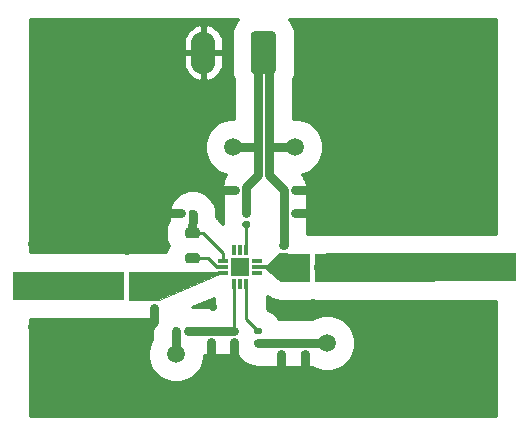
<source format=gbr>
G04 #@! TF.GenerationSoftware,KiCad,Pcbnew,(5.1.10)-1*
G04 #@! TF.CreationDate,2022-01-29T17:07:00-03:00*
G04 #@! TF.ProjectId,LNA,4c4e412e-6b69-4636-9164-5f7063625858,rev?*
G04 #@! TF.SameCoordinates,Original*
G04 #@! TF.FileFunction,Copper,L1,Top*
G04 #@! TF.FilePolarity,Positive*
%FSLAX46Y46*%
G04 Gerber Fmt 4.6, Leading zero omitted, Abs format (unit mm)*
G04 Created by KiCad (PCBNEW (5.1.10)-1) date 2022-01-29 17:07:00*
%MOMM*%
%LPD*%
G01*
G04 APERTURE LIST*
G04 #@! TA.AperFunction,NonConductor*
%ADD10C,0.100000*%
G04 #@! TD*
G04 #@! TA.AperFunction,SMDPad,CuDef*
%ADD11R,7.620000X2.400000*%
G04 #@! TD*
G04 #@! TA.AperFunction,ComponentPad*
%ADD12O,2.080000X3.600000*%
G04 #@! TD*
G04 #@! TA.AperFunction,SMDPad,CuDef*
%ADD13R,0.850000X0.300000*%
G04 #@! TD*
G04 #@! TA.AperFunction,SMDPad,CuDef*
%ADD14R,0.300000X0.850000*%
G04 #@! TD*
G04 #@! TA.AperFunction,SMDPad,CuDef*
%ADD15R,1.600000X1.600000*%
G04 #@! TD*
G04 #@! TA.AperFunction,ViaPad*
%ADD16C,0.700000*%
G04 #@! TD*
G04 #@! TA.AperFunction,ViaPad*
%ADD17C,1.500000*%
G04 #@! TD*
G04 #@! TA.AperFunction,Conductor*
%ADD18C,0.750000*%
G04 #@! TD*
G04 #@! TA.AperFunction,Conductor*
%ADD19C,0.250000*%
G04 #@! TD*
G04 #@! TA.AperFunction,Conductor*
%ADD20C,2.400000*%
G04 #@! TD*
G04 #@! TA.AperFunction,Conductor*
%ADD21C,0.500000*%
G04 #@! TD*
G04 #@! TA.AperFunction,Conductor*
%ADD22C,0.300000*%
G04 #@! TD*
G04 #@! TA.AperFunction,Conductor*
%ADD23C,0.254000*%
G04 #@! TD*
G04 #@! TA.AperFunction,Conductor*
%ADD24C,0.200000*%
G04 #@! TD*
G04 APERTURE END LIST*
D10*
G36*
X229370000Y-143710000D02*
G01*
X227250000Y-143710000D01*
X227241250Y-141400000D01*
X229358750Y-141400000D01*
X229370000Y-143710000D01*
G37*
X229370000Y-143710000D02*
X227250000Y-143710000D01*
X227241250Y-141400000D01*
X229358750Y-141400000D01*
X229370000Y-143710000D01*
G36*
X235230000Y-141400000D02*
G01*
X229790000Y-143710000D01*
X228975000Y-143705000D01*
X229000000Y-141397500D01*
X235230000Y-141400000D01*
G37*
X235230000Y-141400000D02*
X229790000Y-143710000D01*
X228975000Y-143705000D01*
X229000000Y-141397500D01*
X235230000Y-141400000D01*
G36*
X240625000Y-142140000D02*
G01*
X240000000Y-142140000D01*
X238800000Y-141125000D01*
X238800000Y-140840000D01*
X240000000Y-139810000D01*
X240625000Y-139810000D01*
X240625000Y-142140000D01*
G37*
X240625000Y-142140000D02*
X240000000Y-142140000D01*
X238800000Y-141125000D01*
X238800000Y-140840000D01*
X240000000Y-139810000D01*
X240625000Y-139810000D01*
X240625000Y-142140000D01*
G36*
X242457500Y-142140000D02*
G01*
X240282500Y-142140000D01*
X240262500Y-139860000D01*
X242437500Y-139860000D01*
X242457500Y-142140000D01*
G37*
X242457500Y-142140000D02*
X240282500Y-142140000D01*
X240262500Y-139860000D01*
X242437500Y-139860000D01*
X242457500Y-142140000D01*
G36*
X253025000Y-142130000D02*
G01*
X242940000Y-142130000D01*
X242950000Y-139830000D01*
X253025000Y-139830000D01*
X253025000Y-142130000D01*
G37*
X253025000Y-142130000D02*
X242940000Y-142130000D01*
X242950000Y-139830000D01*
X253025000Y-139830000D01*
X253025000Y-142130000D01*
G36*
X226750000Y-143700000D02*
G01*
X224630000Y-143700000D01*
X224632500Y-141400000D01*
X226750000Y-141400000D01*
X226750000Y-143700000D01*
G37*
X226750000Y-143700000D02*
X224630000Y-143700000D01*
X224632500Y-141400000D01*
X226750000Y-141400000D01*
X226750000Y-143700000D01*
D11*
X256170000Y-140980000D03*
X221170000Y-142540000D03*
G04 #@! TA.AperFunction,SMDPad,CuDef*
G36*
G01*
X238330000Y-146630000D02*
X237960000Y-146630000D01*
G75*
G02*
X237825000Y-146495000I0J135000D01*
G01*
X237825000Y-146225000D01*
G75*
G02*
X237960000Y-146090000I135000J0D01*
G01*
X238330000Y-146090000D01*
G75*
G02*
X238465000Y-146225000I0J-135000D01*
G01*
X238465000Y-146495000D01*
G75*
G02*
X238330000Y-146630000I-135000J0D01*
G01*
G37*
G04 #@! TD.AperFunction*
G04 #@! TA.AperFunction,SMDPad,CuDef*
G36*
G01*
X238330000Y-147650000D02*
X237960000Y-147650000D01*
G75*
G02*
X237825000Y-147515000I0J135000D01*
G01*
X237825000Y-147245000D01*
G75*
G02*
X237960000Y-147110000I135000J0D01*
G01*
X238330000Y-147110000D01*
G75*
G02*
X238465000Y-147245000I0J-135000D01*
G01*
X238465000Y-147515000D01*
G75*
G02*
X238330000Y-147650000I-135000J0D01*
G01*
G37*
G04 #@! TD.AperFunction*
G04 #@! TA.AperFunction,SMDPad,CuDef*
G36*
G01*
X231455000Y-146185000D02*
X231455000Y-146555000D01*
G75*
G02*
X231320000Y-146690000I-135000J0D01*
G01*
X231050000Y-146690000D01*
G75*
G02*
X230915000Y-146555000I0J135000D01*
G01*
X230915000Y-146185000D01*
G75*
G02*
X231050000Y-146050000I135000J0D01*
G01*
X231320000Y-146050000D01*
G75*
G02*
X231455000Y-146185000I0J-135000D01*
G01*
G37*
G04 #@! TD.AperFunction*
G04 #@! TA.AperFunction,SMDPad,CuDef*
G36*
G01*
X232475000Y-146185000D02*
X232475000Y-146555000D01*
G75*
G02*
X232340000Y-146690000I-135000J0D01*
G01*
X232070000Y-146690000D01*
G75*
G02*
X231935000Y-146555000I0J135000D01*
G01*
X231935000Y-146185000D01*
G75*
G02*
X232070000Y-146050000I135000J0D01*
G01*
X232340000Y-146050000D01*
G75*
G02*
X232475000Y-146185000I0J-135000D01*
G01*
G37*
G04 #@! TD.AperFunction*
G04 #@! TA.AperFunction,SMDPad,CuDef*
G36*
G01*
X232208750Y-139765000D02*
X232971250Y-139765000D01*
G75*
G02*
X233190000Y-139983750I0J-218750D01*
G01*
X233190000Y-140421250D01*
G75*
G02*
X232971250Y-140640000I-218750J0D01*
G01*
X232208750Y-140640000D01*
G75*
G02*
X231990000Y-140421250I0J218750D01*
G01*
X231990000Y-139983750D01*
G75*
G02*
X232208750Y-139765000I218750J0D01*
G01*
G37*
G04 #@! TD.AperFunction*
G04 #@! TA.AperFunction,SMDPad,CuDef*
G36*
G01*
X232208750Y-137640000D02*
X232971250Y-137640000D01*
G75*
G02*
X233190000Y-137858750I0J-218750D01*
G01*
X233190000Y-138296250D01*
G75*
G02*
X232971250Y-138515000I-218750J0D01*
G01*
X232208750Y-138515000D01*
G75*
G02*
X231990000Y-138296250I0J218750D01*
G01*
X231990000Y-137858750D01*
G75*
G02*
X232208750Y-137640000I218750J0D01*
G01*
G37*
G04 #@! TD.AperFunction*
G04 #@! TA.AperFunction,SMDPad,CuDef*
G36*
G01*
X242265000Y-147660000D02*
X241925000Y-147660000D01*
G75*
G02*
X241785000Y-147520000I0J140000D01*
G01*
X241785000Y-147240000D01*
G75*
G02*
X241925000Y-147100000I140000J0D01*
G01*
X242265000Y-147100000D01*
G75*
G02*
X242405000Y-147240000I0J-140000D01*
G01*
X242405000Y-147520000D01*
G75*
G02*
X242265000Y-147660000I-140000J0D01*
G01*
G37*
G04 #@! TD.AperFunction*
G04 #@! TA.AperFunction,SMDPad,CuDef*
G36*
G01*
X242265000Y-148620000D02*
X241925000Y-148620000D01*
G75*
G02*
X241785000Y-148480000I0J140000D01*
G01*
X241785000Y-148200000D01*
G75*
G02*
X241925000Y-148060000I140000J0D01*
G01*
X242265000Y-148060000D01*
G75*
G02*
X242405000Y-148200000I0J-140000D01*
G01*
X242405000Y-148480000D01*
G75*
G02*
X242265000Y-148620000I-140000J0D01*
G01*
G37*
G04 #@! TD.AperFunction*
G04 #@! TA.AperFunction,SMDPad,CuDef*
G36*
G01*
X240295000Y-147660000D02*
X239955000Y-147660000D01*
G75*
G02*
X239815000Y-147520000I0J140000D01*
G01*
X239815000Y-147240000D01*
G75*
G02*
X239955000Y-147100000I140000J0D01*
G01*
X240295000Y-147100000D01*
G75*
G02*
X240435000Y-147240000I0J-140000D01*
G01*
X240435000Y-147520000D01*
G75*
G02*
X240295000Y-147660000I-140000J0D01*
G01*
G37*
G04 #@! TD.AperFunction*
G04 #@! TA.AperFunction,SMDPad,CuDef*
G36*
G01*
X240295000Y-148620000D02*
X239955000Y-148620000D01*
G75*
G02*
X239815000Y-148480000I0J140000D01*
G01*
X239815000Y-148200000D01*
G75*
G02*
X239955000Y-148060000I140000J0D01*
G01*
X240295000Y-148060000D01*
G75*
G02*
X240435000Y-148200000I0J-140000D01*
G01*
X240435000Y-148480000D01*
G75*
G02*
X240295000Y-148620000I-140000J0D01*
G01*
G37*
G04 #@! TD.AperFunction*
G04 #@! TA.AperFunction,SMDPad,CuDef*
G36*
G01*
X236305000Y-146650000D02*
X235965000Y-146650000D01*
G75*
G02*
X235825000Y-146510000I0J140000D01*
G01*
X235825000Y-146230000D01*
G75*
G02*
X235965000Y-146090000I140000J0D01*
G01*
X236305000Y-146090000D01*
G75*
G02*
X236445000Y-146230000I0J-140000D01*
G01*
X236445000Y-146510000D01*
G75*
G02*
X236305000Y-146650000I-140000J0D01*
G01*
G37*
G04 #@! TD.AperFunction*
G04 #@! TA.AperFunction,SMDPad,CuDef*
G36*
G01*
X236305000Y-147610000D02*
X235965000Y-147610000D01*
G75*
G02*
X235825000Y-147470000I0J140000D01*
G01*
X235825000Y-147190000D01*
G75*
G02*
X235965000Y-147050000I140000J0D01*
G01*
X236305000Y-147050000D01*
G75*
G02*
X236445000Y-147190000I0J-140000D01*
G01*
X236445000Y-147470000D01*
G75*
G02*
X236305000Y-147610000I-140000J0D01*
G01*
G37*
G04 #@! TD.AperFunction*
G04 #@! TA.AperFunction,SMDPad,CuDef*
G36*
G01*
X234335000Y-146650000D02*
X233995000Y-146650000D01*
G75*
G02*
X233855000Y-146510000I0J140000D01*
G01*
X233855000Y-146230000D01*
G75*
G02*
X233995000Y-146090000I140000J0D01*
G01*
X234335000Y-146090000D01*
G75*
G02*
X234475000Y-146230000I0J-140000D01*
G01*
X234475000Y-146510000D01*
G75*
G02*
X234335000Y-146650000I-140000J0D01*
G01*
G37*
G04 #@! TD.AperFunction*
G04 #@! TA.AperFunction,SMDPad,CuDef*
G36*
G01*
X234335000Y-147610000D02*
X233995000Y-147610000D01*
G75*
G02*
X233855000Y-147470000I0J140000D01*
G01*
X233855000Y-147190000D01*
G75*
G02*
X233995000Y-147050000I140000J0D01*
G01*
X234335000Y-147050000D01*
G75*
G02*
X234475000Y-147190000I0J-140000D01*
G01*
X234475000Y-147470000D01*
G75*
G02*
X234335000Y-147610000I-140000J0D01*
G01*
G37*
G04 #@! TD.AperFunction*
G04 #@! TA.AperFunction,SMDPad,CuDef*
G36*
G01*
X236460000Y-134270000D02*
X236460000Y-134610000D01*
G75*
G02*
X236320000Y-134750000I-140000J0D01*
G01*
X236040000Y-134750000D01*
G75*
G02*
X235900000Y-134610000I0J140000D01*
G01*
X235900000Y-134270000D01*
G75*
G02*
X236040000Y-134130000I140000J0D01*
G01*
X236320000Y-134130000D01*
G75*
G02*
X236460000Y-134270000I0J-140000D01*
G01*
G37*
G04 #@! TD.AperFunction*
G04 #@! TA.AperFunction,SMDPad,CuDef*
G36*
G01*
X237420000Y-134270000D02*
X237420000Y-134610000D01*
G75*
G02*
X237280000Y-134750000I-140000J0D01*
G01*
X237000000Y-134750000D01*
G75*
G02*
X236860000Y-134610000I0J140000D01*
G01*
X236860000Y-134270000D01*
G75*
G02*
X237000000Y-134130000I140000J0D01*
G01*
X237280000Y-134130000D01*
G75*
G02*
X237420000Y-134270000I0J-140000D01*
G01*
G37*
G04 #@! TD.AperFunction*
G04 #@! TA.AperFunction,SMDPad,CuDef*
G36*
G01*
X231900000Y-136255000D02*
X231900000Y-136595000D01*
G75*
G02*
X231760000Y-136735000I-140000J0D01*
G01*
X231480000Y-136735000D01*
G75*
G02*
X231340000Y-136595000I0J140000D01*
G01*
X231340000Y-136255000D01*
G75*
G02*
X231480000Y-136115000I140000J0D01*
G01*
X231760000Y-136115000D01*
G75*
G02*
X231900000Y-136255000I0J-140000D01*
G01*
G37*
G04 #@! TD.AperFunction*
G04 #@! TA.AperFunction,SMDPad,CuDef*
G36*
G01*
X232860000Y-136255000D02*
X232860000Y-136595000D01*
G75*
G02*
X232720000Y-136735000I-140000J0D01*
G01*
X232440000Y-136735000D01*
G75*
G02*
X232300000Y-136595000I0J140000D01*
G01*
X232300000Y-136255000D01*
G75*
G02*
X232440000Y-136115000I140000J0D01*
G01*
X232720000Y-136115000D01*
G75*
G02*
X232860000Y-136255000I0J-140000D01*
G01*
G37*
G04 #@! TD.AperFunction*
G04 #@! TA.AperFunction,SMDPad,CuDef*
G36*
G01*
X240990000Y-134610000D02*
X240990000Y-134270000D01*
G75*
G02*
X241130000Y-134130000I140000J0D01*
G01*
X241410000Y-134130000D01*
G75*
G02*
X241550000Y-134270000I0J-140000D01*
G01*
X241550000Y-134610000D01*
G75*
G02*
X241410000Y-134750000I-140000J0D01*
G01*
X241130000Y-134750000D01*
G75*
G02*
X240990000Y-134610000I0J140000D01*
G01*
G37*
G04 #@! TD.AperFunction*
G04 #@! TA.AperFunction,SMDPad,CuDef*
G36*
G01*
X240030000Y-134610000D02*
X240030000Y-134270000D01*
G75*
G02*
X240170000Y-134130000I140000J0D01*
G01*
X240450000Y-134130000D01*
G75*
G02*
X240590000Y-134270000I0J-140000D01*
G01*
X240590000Y-134610000D01*
G75*
G02*
X240450000Y-134750000I-140000J0D01*
G01*
X240170000Y-134750000D01*
G75*
G02*
X240030000Y-134610000I0J140000D01*
G01*
G37*
G04 #@! TD.AperFunction*
G04 #@! TA.AperFunction,SMDPad,CuDef*
G36*
G01*
X240990000Y-136570000D02*
X240990000Y-136230000D01*
G75*
G02*
X241130000Y-136090000I140000J0D01*
G01*
X241410000Y-136090000D01*
G75*
G02*
X241550000Y-136230000I0J-140000D01*
G01*
X241550000Y-136570000D01*
G75*
G02*
X241410000Y-136710000I-140000J0D01*
G01*
X241130000Y-136710000D01*
G75*
G02*
X240990000Y-136570000I0J140000D01*
G01*
G37*
G04 #@! TD.AperFunction*
G04 #@! TA.AperFunction,SMDPad,CuDef*
G36*
G01*
X240030000Y-136570000D02*
X240030000Y-136230000D01*
G75*
G02*
X240170000Y-136090000I140000J0D01*
G01*
X240450000Y-136090000D01*
G75*
G02*
X240590000Y-136230000I0J-140000D01*
G01*
X240590000Y-136570000D01*
G75*
G02*
X240450000Y-136710000I-140000J0D01*
G01*
X240170000Y-136710000D01*
G75*
G02*
X240030000Y-136570000I0J140000D01*
G01*
G37*
G04 #@! TD.AperFunction*
G04 #@! TA.AperFunction,SMDPad,CuDef*
G36*
G01*
X242900000Y-141150000D02*
X242900000Y-140810000D01*
G75*
G02*
X243040000Y-140670000I140000J0D01*
G01*
X243320000Y-140670000D01*
G75*
G02*
X243460000Y-140810000I0J-140000D01*
G01*
X243460000Y-141150000D01*
G75*
G02*
X243320000Y-141290000I-140000J0D01*
G01*
X243040000Y-141290000D01*
G75*
G02*
X242900000Y-141150000I0J140000D01*
G01*
G37*
G04 #@! TD.AperFunction*
G04 #@! TA.AperFunction,SMDPad,CuDef*
G36*
G01*
X241940000Y-141150000D02*
X241940000Y-140810000D01*
G75*
G02*
X242080000Y-140670000I140000J0D01*
G01*
X242360000Y-140670000D01*
G75*
G02*
X242500000Y-140810000I0J-140000D01*
G01*
X242500000Y-141150000D01*
G75*
G02*
X242360000Y-141290000I-140000J0D01*
G01*
X242080000Y-141290000D01*
G75*
G02*
X241940000Y-141150000I0J140000D01*
G01*
G37*
G04 #@! TD.AperFunction*
G04 #@! TA.AperFunction,SMDPad,CuDef*
G36*
G01*
X227200000Y-142750000D02*
X227200000Y-142410000D01*
G75*
G02*
X227340000Y-142270000I140000J0D01*
G01*
X227620000Y-142270000D01*
G75*
G02*
X227760000Y-142410000I0J-140000D01*
G01*
X227760000Y-142750000D01*
G75*
G02*
X227620000Y-142890000I-140000J0D01*
G01*
X227340000Y-142890000D01*
G75*
G02*
X227200000Y-142750000I0J140000D01*
G01*
G37*
G04 #@! TD.AperFunction*
G04 #@! TA.AperFunction,SMDPad,CuDef*
G36*
G01*
X226240000Y-142750000D02*
X226240000Y-142410000D01*
G75*
G02*
X226380000Y-142270000I140000J0D01*
G01*
X226660000Y-142270000D01*
G75*
G02*
X226800000Y-142410000I0J-140000D01*
G01*
X226800000Y-142750000D01*
G75*
G02*
X226660000Y-142890000I-140000J0D01*
G01*
X226380000Y-142890000D01*
G75*
G02*
X226240000Y-142750000I0J140000D01*
G01*
G37*
G04 #@! TD.AperFunction*
D12*
X233520000Y-122800000D03*
G04 #@! TA.AperFunction,ComponentPad*
G36*
G01*
X239640000Y-121249997D02*
X239640000Y-124350003D01*
G75*
G02*
X239390003Y-124600000I-249997J0D01*
G01*
X237809997Y-124600000D01*
G75*
G02*
X237560000Y-124350003I0J249997D01*
G01*
X237560000Y-121249997D01*
G75*
G02*
X237809997Y-121000000I249997J0D01*
G01*
X239390003Y-121000000D01*
G75*
G02*
X239640000Y-121249997I0J-249997D01*
G01*
G37*
G04 #@! TD.AperFunction*
G04 #@! TA.AperFunction,SMDPad,CuDef*
G36*
G01*
X229542500Y-144745000D02*
X229197500Y-144745000D01*
G75*
G02*
X229050000Y-144597500I0J147500D01*
G01*
X229050000Y-144302500D01*
G75*
G02*
X229197500Y-144155000I147500J0D01*
G01*
X229542500Y-144155000D01*
G75*
G02*
X229690000Y-144302500I0J-147500D01*
G01*
X229690000Y-144597500D01*
G75*
G02*
X229542500Y-144745000I-147500J0D01*
G01*
G37*
G04 #@! TD.AperFunction*
G04 #@! TA.AperFunction,SMDPad,CuDef*
G36*
G01*
X229542500Y-143775000D02*
X229197500Y-143775000D01*
G75*
G02*
X229050000Y-143627500I0J147500D01*
G01*
X229050000Y-143332500D01*
G75*
G02*
X229197500Y-143185000I147500J0D01*
G01*
X229542500Y-143185000D01*
G75*
G02*
X229690000Y-143332500I0J-147500D01*
G01*
X229690000Y-143627500D01*
G75*
G02*
X229542500Y-143775000I-147500J0D01*
G01*
G37*
G04 #@! TD.AperFunction*
D13*
X235190000Y-140480000D03*
X235190000Y-140980000D03*
X235190000Y-141480000D03*
D14*
X236140000Y-142430000D03*
X236640000Y-142430000D03*
X237140000Y-142430000D03*
D13*
X238090000Y-141480000D03*
X238090000Y-140980000D03*
X238090000Y-140480000D03*
D14*
X237140000Y-139530000D03*
X236640000Y-139530000D03*
X236140000Y-139530000D03*
D15*
X236640000Y-140980000D03*
G04 #@! TA.AperFunction,SMDPad,CuDef*
G36*
G01*
X240107500Y-139775000D02*
X240452500Y-139775000D01*
G75*
G02*
X240600000Y-139922500I0J-147500D01*
G01*
X240600000Y-140217500D01*
G75*
G02*
X240452500Y-140365000I-147500J0D01*
G01*
X240107500Y-140365000D01*
G75*
G02*
X239960000Y-140217500I0J147500D01*
G01*
X239960000Y-139922500D01*
G75*
G02*
X240107500Y-139775000I147500J0D01*
G01*
G37*
G04 #@! TD.AperFunction*
G04 #@! TA.AperFunction,SMDPad,CuDef*
G36*
G01*
X240107500Y-138805000D02*
X240452500Y-138805000D01*
G75*
G02*
X240600000Y-138952500I0J-147500D01*
G01*
X240600000Y-139247500D01*
G75*
G02*
X240452500Y-139395000I-147500J0D01*
G01*
X240107500Y-139395000D01*
G75*
G02*
X239960000Y-139247500I0J147500D01*
G01*
X239960000Y-138952500D01*
G75*
G02*
X240107500Y-138805000I147500J0D01*
G01*
G37*
G04 #@! TD.AperFunction*
G04 #@! TA.AperFunction,SMDPad,CuDef*
G36*
G01*
X236967500Y-137065000D02*
X237312500Y-137065000D01*
G75*
G02*
X237460000Y-137212500I0J-147500D01*
G01*
X237460000Y-137507500D01*
G75*
G02*
X237312500Y-137655000I-147500J0D01*
G01*
X236967500Y-137655000D01*
G75*
G02*
X236820000Y-137507500I0J147500D01*
G01*
X236820000Y-137212500D01*
G75*
G02*
X236967500Y-137065000I147500J0D01*
G01*
G37*
G04 #@! TD.AperFunction*
G04 #@! TA.AperFunction,SMDPad,CuDef*
G36*
G01*
X236967500Y-136095000D02*
X237312500Y-136095000D01*
G75*
G02*
X237460000Y-136242500I0J-147500D01*
G01*
X237460000Y-136537500D01*
G75*
G02*
X237312500Y-136685000I-147500J0D01*
G01*
X236967500Y-136685000D01*
G75*
G02*
X236820000Y-136537500I0J147500D01*
G01*
X236820000Y-136242500D01*
G75*
G02*
X236967500Y-136095000I147500J0D01*
G01*
G37*
G04 #@! TD.AperFunction*
G04 #@! TA.AperFunction,SMDPad,CuDef*
G36*
G01*
X239380000Y-132327500D02*
X239380000Y-132672500D01*
G75*
G02*
X239232500Y-132820000I-147500J0D01*
G01*
X238937500Y-132820000D01*
G75*
G02*
X238790000Y-132672500I0J147500D01*
G01*
X238790000Y-132327500D01*
G75*
G02*
X238937500Y-132180000I147500J0D01*
G01*
X239232500Y-132180000D01*
G75*
G02*
X239380000Y-132327500I0J-147500D01*
G01*
G37*
G04 #@! TD.AperFunction*
G04 #@! TA.AperFunction,SMDPad,CuDef*
G36*
G01*
X238410000Y-132327500D02*
X238410000Y-132672500D01*
G75*
G02*
X238262500Y-132820000I-147500J0D01*
G01*
X237967500Y-132820000D01*
G75*
G02*
X237820000Y-132672500I0J147500D01*
G01*
X237820000Y-132327500D01*
G75*
G02*
X237967500Y-132180000I147500J0D01*
G01*
X238262500Y-132180000D01*
G75*
G02*
X238410000Y-132327500I0J-147500D01*
G01*
G37*
G04 #@! TD.AperFunction*
D16*
X234350000Y-144380000D03*
X220500000Y-139000000D03*
X222000000Y-139000000D03*
X223500000Y-139000000D03*
X225000000Y-139000000D03*
X226500000Y-139000000D03*
X228000000Y-139000000D03*
X229500000Y-139000000D03*
X229500000Y-137500000D03*
X229500000Y-136000000D03*
X229500000Y-134500000D03*
X229500000Y-133000000D03*
X231300000Y-133000000D03*
X233100000Y-133000000D03*
X233100000Y-131500000D03*
X233100000Y-130000000D03*
X233100000Y-128500000D03*
X233100000Y-127000000D03*
X233100000Y-125500000D03*
X244200000Y-126000000D03*
X244200000Y-127500000D03*
X244200000Y-129000000D03*
X244200000Y-130500000D03*
X244200000Y-132000000D03*
X244200000Y-133500000D03*
X244200000Y-135500000D03*
X244200000Y-137500000D03*
X245600000Y-137500000D03*
X247000000Y-137500000D03*
X248500000Y-137500000D03*
X250000000Y-137500000D03*
X251500000Y-137500000D03*
X253000000Y-137500000D03*
X254500000Y-137500000D03*
X256000000Y-137500000D03*
X256500000Y-144500000D03*
X255000000Y-144500000D03*
X253500000Y-144500000D03*
X252000000Y-144500000D03*
X250500000Y-144500000D03*
X249000000Y-144500000D03*
X247500000Y-144500000D03*
X247500000Y-146000000D03*
X247500000Y-147500000D03*
X247500000Y-149500000D03*
X247500000Y-151000000D03*
X246000000Y-151000000D03*
X244500000Y-151000000D03*
X243000000Y-151000000D03*
X241500000Y-151000000D03*
X240000000Y-151000000D03*
X238500000Y-151000000D03*
X237000000Y-151000000D03*
X235500000Y-151000000D03*
X234000000Y-151000000D03*
X232000000Y-151000000D03*
X230000000Y-151000000D03*
X228000000Y-151000000D03*
X228000000Y-149500000D03*
X228000000Y-147500000D03*
X228000000Y-146000000D03*
X226500000Y-146000000D03*
X225000000Y-146000000D03*
X223500000Y-146000000D03*
X222000000Y-146000000D03*
X220500000Y-146000000D03*
X219000000Y-146000000D03*
X258000000Y-144500000D03*
X257500000Y-137500000D03*
X219000000Y-139000000D03*
X236250000Y-140600000D03*
X237050000Y-141400000D03*
X236250000Y-141400000D03*
X237050000Y-140600000D03*
D17*
X236000000Y-130800000D03*
X241300000Y-130800000D03*
X243995000Y-147390000D03*
X231185000Y-148350000D03*
D18*
X234165000Y-150835000D02*
X234000000Y-151000000D01*
X234165000Y-147330000D02*
X234165000Y-150835000D01*
X236135000Y-150365000D02*
X235500000Y-151000000D01*
X236135000Y-147330000D02*
X236135000Y-150365000D01*
X240125000Y-150875000D02*
X240000000Y-151000000D01*
X240125000Y-148340000D02*
X240125000Y-150875000D01*
X242095000Y-150405000D02*
X241500000Y-151000000D01*
X242095000Y-148340000D02*
X242095000Y-150405000D01*
X229370000Y-144450000D02*
X229370000Y-145630000D01*
X229000000Y-146000000D02*
X228000000Y-146000000D01*
X229370000Y-145630000D02*
X229000000Y-146000000D01*
X229925000Y-136425000D02*
X229500000Y-136000000D01*
X231620000Y-136425000D02*
X229925000Y-136425000D01*
X243260000Y-134440000D02*
X244200000Y-133500000D01*
X241270000Y-134440000D02*
X243260000Y-134440000D01*
X243300000Y-136400000D02*
X244200000Y-135500000D01*
X241270000Y-136400000D02*
X243300000Y-136400000D01*
X234540000Y-134440000D02*
X233100000Y-133000000D01*
X236180000Y-134440000D02*
X234540000Y-134440000D01*
X238145000Y-147380000D02*
X240125000Y-147380000D01*
X240125000Y-147380000D02*
X242095000Y-147380000D01*
D19*
X243985000Y-147380000D02*
X243995000Y-147390000D01*
D18*
X242095000Y-147380000D02*
X243985000Y-147380000D01*
X237140000Y-134440000D02*
X237140000Y-136390000D01*
X231185000Y-146370000D02*
X231185000Y-148350000D01*
D19*
X239100000Y-131300000D02*
X239085000Y-131315000D01*
X238600000Y-122800000D02*
X239100000Y-123300000D01*
X238100000Y-123300000D02*
X238600000Y-122800000D01*
D18*
X240310000Y-134440000D02*
X240310000Y-136400000D01*
X240310000Y-139070000D02*
X240280000Y-139100000D01*
X240310000Y-136400000D02*
X240310000Y-139070000D01*
X239085000Y-133185000D02*
X239085000Y-132500000D01*
X240320000Y-134420000D02*
X239085000Y-133185000D01*
X240320000Y-134430000D02*
X240320000Y-134420000D01*
X240310000Y-134440000D02*
X240320000Y-134430000D01*
X238115000Y-133185000D02*
X238115000Y-132500000D01*
X237140000Y-134160000D02*
X238115000Y-133185000D01*
X237140000Y-134440000D02*
X237140000Y-134160000D01*
X239100000Y-132485000D02*
X239085000Y-132500000D01*
X239100000Y-131300000D02*
X239100000Y-132485000D01*
X238100000Y-132485000D02*
X238115000Y-132500000D01*
X238000000Y-130800000D02*
X238100000Y-130900000D01*
X236000000Y-130800000D02*
X238000000Y-130800000D01*
X238100000Y-130900000D02*
X238100000Y-132485000D01*
X238100000Y-123300000D02*
X238100000Y-130900000D01*
X241300000Y-130800000D02*
X239100000Y-130800000D01*
X239100000Y-130800000D02*
X239100000Y-131300000D01*
X239100000Y-123300000D02*
X239100000Y-130800000D01*
D20*
X256170000Y-140980000D02*
X244120000Y-140980000D01*
X221170000Y-142540000D02*
X225550000Y-142540000D01*
D19*
X232230000Y-141480000D02*
X231155000Y-142555000D01*
X235190000Y-141480000D02*
X232230000Y-141480000D01*
D20*
X229500000Y-142555000D02*
X228520000Y-142555000D01*
D21*
X229500000Y-142555000D02*
X231155000Y-142555000D01*
D22*
X240170000Y-140980000D02*
X238080000Y-140980000D01*
D20*
X240500000Y-141000000D02*
X241300000Y-141000000D01*
D19*
X232600000Y-136445000D02*
X232580000Y-136425000D01*
D18*
X232590000Y-138077500D02*
X232600000Y-136445000D01*
D19*
X235190000Y-140480000D02*
X234992500Y-140480000D01*
X233477500Y-138077500D02*
X232590000Y-138077500D01*
X235190000Y-139790000D02*
X233477500Y-138077500D01*
X235190000Y-140480000D02*
X235190000Y-139790000D01*
D18*
X236135000Y-146370000D02*
X234165000Y-146370000D01*
X234165000Y-146370000D02*
X232205000Y-146370000D01*
D19*
X236140000Y-146365000D02*
X236135000Y-146370000D01*
X236140000Y-142430000D02*
X236140000Y-146365000D01*
X233912500Y-140202500D02*
X232590000Y-140202500D01*
X234690000Y-140980000D02*
X233912500Y-140202500D01*
X235190000Y-140980000D02*
X234690000Y-140980000D01*
X237140000Y-145355000D02*
X238145000Y-146360000D01*
X237140000Y-142430000D02*
X237140000Y-145355000D01*
X237140000Y-137360000D02*
X237140000Y-139530000D01*
D23*
X238916994Y-143420401D02*
X238987196Y-143468877D01*
X239052550Y-143523715D01*
X239121539Y-143561642D01*
X239186318Y-143606373D01*
X239264598Y-143640290D01*
X239339359Y-143681390D01*
X239414396Y-143705193D01*
X239486634Y-143736492D01*
X239570014Y-143754558D01*
X239651332Y-143780354D01*
X239729567Y-143789129D01*
X239806505Y-143805800D01*
X239891801Y-143807327D01*
X239976585Y-143816837D01*
X240000000Y-143817000D01*
X240259594Y-143817000D01*
X240361125Y-143827000D01*
X241438875Y-143827000D01*
X241540406Y-143817000D01*
X242457500Y-143817000D01*
X242459002Y-143816853D01*
X242460502Y-143816997D01*
X242621955Y-143800875D01*
X242750738Y-143788248D01*
X242755887Y-143788812D01*
X242916585Y-143806837D01*
X242920764Y-143806866D01*
X242921001Y-143806892D01*
X242921260Y-143806870D01*
X242940000Y-143807000D01*
X252280075Y-143807000D01*
X252360000Y-143814872D01*
X258298000Y-143814872D01*
X258298000Y-153598000D01*
X218802000Y-153598000D01*
X218802000Y-145374872D01*
X224589067Y-145374872D01*
X224606585Y-145376837D01*
X224616074Y-145376903D01*
X224616469Y-145376945D01*
X224616874Y-145376909D01*
X224630000Y-145377000D01*
X226750000Y-145377000D01*
X226907076Y-145361599D01*
X226952811Y-145357437D01*
X227072910Y-145369600D01*
X227226585Y-145386837D01*
X227244333Y-145386961D01*
X227244644Y-145386992D01*
X227244932Y-145386965D01*
X227250000Y-145387000D01*
X228965278Y-145387000D01*
X229197500Y-145409872D01*
X229428156Y-145409872D01*
X229326444Y-145600162D01*
X229211968Y-145977541D01*
X229183000Y-146271658D01*
X229183000Y-147067717D01*
X229078530Y-147224068D01*
X228899347Y-147656655D01*
X228808000Y-148115886D01*
X228808000Y-148584114D01*
X228899347Y-149043345D01*
X229078530Y-149475932D01*
X229338664Y-149865249D01*
X229669751Y-150196336D01*
X230059068Y-150456470D01*
X230491655Y-150635653D01*
X230950886Y-150727000D01*
X231419114Y-150727000D01*
X231878345Y-150635653D01*
X232310932Y-150456470D01*
X232700249Y-150196336D01*
X233031336Y-149865249D01*
X233291470Y-149475932D01*
X233470653Y-149043345D01*
X233562000Y-148584114D01*
X233562000Y-148372000D01*
X236233343Y-148372000D01*
X236396597Y-148355921D01*
X236472344Y-148497633D01*
X236722523Y-148802477D01*
X237027367Y-149052656D01*
X237375161Y-149238556D01*
X237752540Y-149353032D01*
X238046657Y-149382000D01*
X242697752Y-149382000D01*
X242869068Y-149496470D01*
X243301655Y-149675653D01*
X243760886Y-149767000D01*
X244229114Y-149767000D01*
X244688345Y-149675653D01*
X245120932Y-149496470D01*
X245510249Y-149236336D01*
X245841336Y-148905249D01*
X246101470Y-148515932D01*
X246280653Y-148083345D01*
X246372000Y-147624114D01*
X246372000Y-147155886D01*
X246280653Y-146696655D01*
X246101470Y-146264068D01*
X245841336Y-145874751D01*
X245510249Y-145543664D01*
X245120932Y-145283530D01*
X244688345Y-145104347D01*
X244229114Y-145013000D01*
X243760886Y-145013000D01*
X243301655Y-145104347D01*
X242869068Y-145283530D01*
X242727684Y-145378000D01*
X239874443Y-145378000D01*
X239801595Y-145241712D01*
X239581488Y-144973512D01*
X239313288Y-144753405D01*
X239007301Y-144589851D01*
X238892000Y-144554875D01*
X238892000Y-143399260D01*
X238916994Y-143420401D01*
G04 #@! TA.AperFunction,Conductor*
D24*
G36*
X238916994Y-143420401D02*
G01*
X238987196Y-143468877D01*
X239052550Y-143523715D01*
X239121539Y-143561642D01*
X239186318Y-143606373D01*
X239264598Y-143640290D01*
X239339359Y-143681390D01*
X239414396Y-143705193D01*
X239486634Y-143736492D01*
X239570014Y-143754558D01*
X239651332Y-143780354D01*
X239729567Y-143789129D01*
X239806505Y-143805800D01*
X239891801Y-143807327D01*
X239976585Y-143816837D01*
X240000000Y-143817000D01*
X240259594Y-143817000D01*
X240361125Y-143827000D01*
X241438875Y-143827000D01*
X241540406Y-143817000D01*
X242457500Y-143817000D01*
X242459002Y-143816853D01*
X242460502Y-143816997D01*
X242621955Y-143800875D01*
X242750738Y-143788248D01*
X242755887Y-143788812D01*
X242916585Y-143806837D01*
X242920764Y-143806866D01*
X242921001Y-143806892D01*
X242921260Y-143806870D01*
X242940000Y-143807000D01*
X252280075Y-143807000D01*
X252360000Y-143814872D01*
X258298000Y-143814872D01*
X258298000Y-153598000D01*
X218802000Y-153598000D01*
X218802000Y-145374872D01*
X224589067Y-145374872D01*
X224606585Y-145376837D01*
X224616074Y-145376903D01*
X224616469Y-145376945D01*
X224616874Y-145376909D01*
X224630000Y-145377000D01*
X226750000Y-145377000D01*
X226907076Y-145361599D01*
X226952811Y-145357437D01*
X227072910Y-145369600D01*
X227226585Y-145386837D01*
X227244333Y-145386961D01*
X227244644Y-145386992D01*
X227244932Y-145386965D01*
X227250000Y-145387000D01*
X228965278Y-145387000D01*
X229197500Y-145409872D01*
X229428156Y-145409872D01*
X229326444Y-145600162D01*
X229211968Y-145977541D01*
X229183000Y-146271658D01*
X229183000Y-147067717D01*
X229078530Y-147224068D01*
X228899347Y-147656655D01*
X228808000Y-148115886D01*
X228808000Y-148584114D01*
X228899347Y-149043345D01*
X229078530Y-149475932D01*
X229338664Y-149865249D01*
X229669751Y-150196336D01*
X230059068Y-150456470D01*
X230491655Y-150635653D01*
X230950886Y-150727000D01*
X231419114Y-150727000D01*
X231878345Y-150635653D01*
X232310932Y-150456470D01*
X232700249Y-150196336D01*
X233031336Y-149865249D01*
X233291470Y-149475932D01*
X233470653Y-149043345D01*
X233562000Y-148584114D01*
X233562000Y-148372000D01*
X236233343Y-148372000D01*
X236396597Y-148355921D01*
X236472344Y-148497633D01*
X236722523Y-148802477D01*
X237027367Y-149052656D01*
X237375161Y-149238556D01*
X237752540Y-149353032D01*
X238046657Y-149382000D01*
X242697752Y-149382000D01*
X242869068Y-149496470D01*
X243301655Y-149675653D01*
X243760886Y-149767000D01*
X244229114Y-149767000D01*
X244688345Y-149675653D01*
X245120932Y-149496470D01*
X245510249Y-149236336D01*
X245841336Y-148905249D01*
X246101470Y-148515932D01*
X246280653Y-148083345D01*
X246372000Y-147624114D01*
X246372000Y-147155886D01*
X246280653Y-146696655D01*
X246101470Y-146264068D01*
X245841336Y-145874751D01*
X245510249Y-145543664D01*
X245120932Y-145283530D01*
X244688345Y-145104347D01*
X244229114Y-145013000D01*
X243760886Y-145013000D01*
X243301655Y-145104347D01*
X242869068Y-145283530D01*
X242727684Y-145378000D01*
X239874443Y-145378000D01*
X239801595Y-145241712D01*
X239581488Y-144973512D01*
X239313288Y-144753405D01*
X239007301Y-144589851D01*
X238892000Y-144554875D01*
X238892000Y-143399260D01*
X238916994Y-143420401D01*
G37*
G04 #@! TD.AperFunction*
D23*
X234388000Y-144368000D02*
X232531028Y-144368000D01*
X234388000Y-143579470D01*
X234388000Y-144368000D01*
G04 #@! TA.AperFunction,Conductor*
D24*
G36*
X234388000Y-144368000D02*
G01*
X232531028Y-144368000D01*
X234388000Y-143579470D01*
X234388000Y-144368000D01*
G37*
G04 #@! TD.AperFunction*
D23*
X236242786Y-120202820D02*
X236068605Y-120528689D01*
X235961345Y-120882277D01*
X235925128Y-121249997D01*
X235925128Y-124350003D01*
X235961345Y-124717723D01*
X236068605Y-125071311D01*
X236098000Y-125126306D01*
X236098001Y-128423000D01*
X235765886Y-128423000D01*
X235306655Y-128514347D01*
X234874068Y-128693530D01*
X234484751Y-128953664D01*
X234153664Y-129284751D01*
X233893530Y-129674068D01*
X233714347Y-130106655D01*
X233623000Y-130565886D01*
X233623000Y-131034114D01*
X233714347Y-131493345D01*
X233893530Y-131925932D01*
X234153664Y-132315249D01*
X234484751Y-132646336D01*
X234874068Y-132906470D01*
X235306655Y-133085653D01*
X235430988Y-133110384D01*
X235281444Y-133390161D01*
X235196507Y-133670162D01*
X235166968Y-133767540D01*
X235128314Y-134160000D01*
X235138000Y-134258343D01*
X235138000Y-134341658D01*
X235138001Y-136488343D01*
X235166969Y-136782460D01*
X235212651Y-136933055D01*
X235185128Y-137212500D01*
X235185128Y-137307426D01*
X234777210Y-136899508D01*
X234722345Y-136832655D01*
X234644113Y-136768451D01*
X234600276Y-136732475D01*
X234602564Y-136358922D01*
X234575398Y-136064633D01*
X234463236Y-135686560D01*
X234279470Y-135337634D01*
X234031163Y-135031263D01*
X233727857Y-134779222D01*
X233381209Y-134591195D01*
X233004538Y-134474409D01*
X232612322Y-134433352D01*
X232219634Y-134469601D01*
X231841560Y-134581763D01*
X231801408Y-134602909D01*
X231760786Y-134615232D01*
X231453934Y-134779248D01*
X231184976Y-134999976D01*
X230964248Y-135268934D01*
X230946158Y-135302779D01*
X230934222Y-135317142D01*
X230746195Y-135663791D01*
X230629410Y-136040462D01*
X230598640Y-136334396D01*
X230594777Y-136965025D01*
X230496227Y-137149400D01*
X230390745Y-137497126D01*
X230355128Y-137858750D01*
X230355128Y-138296250D01*
X230390745Y-138657874D01*
X230496227Y-139005600D01*
X230568065Y-139140000D01*
X230496227Y-139274400D01*
X230390745Y-139622126D01*
X230381001Y-139721054D01*
X229000673Y-139720500D01*
X228975070Y-139723000D01*
X227241250Y-139723000D01*
X227080976Y-139738715D01*
X226991533Y-139747196D01*
X226930303Y-139740761D01*
X226773415Y-139723163D01*
X226762121Y-139723084D01*
X226761708Y-139723041D01*
X226761295Y-139723079D01*
X226750000Y-139723000D01*
X225790406Y-139723000D01*
X225688875Y-139713000D01*
X225059925Y-139713000D01*
X224980000Y-139705128D01*
X218802000Y-139705128D01*
X218802000Y-122927000D01*
X231845000Y-122927000D01*
X231845000Y-123687000D01*
X231901961Y-124011336D01*
X232021102Y-124318327D01*
X232197845Y-124596176D01*
X232425398Y-124834206D01*
X232695016Y-125023269D01*
X232996337Y-125156099D01*
X233133290Y-125189748D01*
X233393000Y-125070922D01*
X233393000Y-122927000D01*
X233647000Y-122927000D01*
X233647000Y-125070922D01*
X233906710Y-125189748D01*
X234043663Y-125156099D01*
X234344984Y-125023269D01*
X234614602Y-124834206D01*
X234842155Y-124596176D01*
X235018898Y-124318327D01*
X235138039Y-124011336D01*
X235195000Y-123687000D01*
X235195000Y-122927000D01*
X233647000Y-122927000D01*
X233393000Y-122927000D01*
X231845000Y-122927000D01*
X218802000Y-122927000D01*
X218802000Y-121913000D01*
X231845000Y-121913000D01*
X231845000Y-122673000D01*
X233393000Y-122673000D01*
X233393000Y-120529078D01*
X233647000Y-120529078D01*
X233647000Y-122673000D01*
X235195000Y-122673000D01*
X235195000Y-121913000D01*
X235138039Y-121588664D01*
X235018898Y-121281673D01*
X234842155Y-121003824D01*
X234614602Y-120765794D01*
X234344984Y-120576731D01*
X234043663Y-120443901D01*
X233906710Y-120410252D01*
X233647000Y-120529078D01*
X233393000Y-120529078D01*
X233133290Y-120410252D01*
X232996337Y-120443901D01*
X232695016Y-120576731D01*
X232425398Y-120765794D01*
X232197845Y-121003824D01*
X232021102Y-121281673D01*
X231901961Y-121588664D01*
X231845000Y-121913000D01*
X218802000Y-121913000D01*
X218802000Y-120002000D01*
X236407594Y-120002000D01*
X236242786Y-120202820D01*
G04 #@! TA.AperFunction,Conductor*
D24*
G36*
X236242786Y-120202820D02*
G01*
X236068605Y-120528689D01*
X235961345Y-120882277D01*
X235925128Y-121249997D01*
X235925128Y-124350003D01*
X235961345Y-124717723D01*
X236068605Y-125071311D01*
X236098000Y-125126306D01*
X236098001Y-128423000D01*
X235765886Y-128423000D01*
X235306655Y-128514347D01*
X234874068Y-128693530D01*
X234484751Y-128953664D01*
X234153664Y-129284751D01*
X233893530Y-129674068D01*
X233714347Y-130106655D01*
X233623000Y-130565886D01*
X233623000Y-131034114D01*
X233714347Y-131493345D01*
X233893530Y-131925932D01*
X234153664Y-132315249D01*
X234484751Y-132646336D01*
X234874068Y-132906470D01*
X235306655Y-133085653D01*
X235430988Y-133110384D01*
X235281444Y-133390161D01*
X235196507Y-133670162D01*
X235166968Y-133767540D01*
X235128314Y-134160000D01*
X235138000Y-134258343D01*
X235138000Y-134341658D01*
X235138001Y-136488343D01*
X235166969Y-136782460D01*
X235212651Y-136933055D01*
X235185128Y-137212500D01*
X235185128Y-137307426D01*
X234777210Y-136899508D01*
X234722345Y-136832655D01*
X234644113Y-136768451D01*
X234600276Y-136732475D01*
X234602564Y-136358922D01*
X234575398Y-136064633D01*
X234463236Y-135686560D01*
X234279470Y-135337634D01*
X234031163Y-135031263D01*
X233727857Y-134779222D01*
X233381209Y-134591195D01*
X233004538Y-134474409D01*
X232612322Y-134433352D01*
X232219634Y-134469601D01*
X231841560Y-134581763D01*
X231801408Y-134602909D01*
X231760786Y-134615232D01*
X231453934Y-134779248D01*
X231184976Y-134999976D01*
X230964248Y-135268934D01*
X230946158Y-135302779D01*
X230934222Y-135317142D01*
X230746195Y-135663791D01*
X230629410Y-136040462D01*
X230598640Y-136334396D01*
X230594777Y-136965025D01*
X230496227Y-137149400D01*
X230390745Y-137497126D01*
X230355128Y-137858750D01*
X230355128Y-138296250D01*
X230390745Y-138657874D01*
X230496227Y-139005600D01*
X230568065Y-139140000D01*
X230496227Y-139274400D01*
X230390745Y-139622126D01*
X230381001Y-139721054D01*
X229000673Y-139720500D01*
X228975070Y-139723000D01*
X227241250Y-139723000D01*
X227080976Y-139738715D01*
X226991533Y-139747196D01*
X226930303Y-139740761D01*
X226773415Y-139723163D01*
X226762121Y-139723084D01*
X226761708Y-139723041D01*
X226761295Y-139723079D01*
X226750000Y-139723000D01*
X225790406Y-139723000D01*
X225688875Y-139713000D01*
X225059925Y-139713000D01*
X224980000Y-139705128D01*
X218802000Y-139705128D01*
X218802000Y-122927000D01*
X231845000Y-122927000D01*
X231845000Y-123687000D01*
X231901961Y-124011336D01*
X232021102Y-124318327D01*
X232197845Y-124596176D01*
X232425398Y-124834206D01*
X232695016Y-125023269D01*
X232996337Y-125156099D01*
X233133290Y-125189748D01*
X233393000Y-125070922D01*
X233393000Y-122927000D01*
X233647000Y-122927000D01*
X233647000Y-125070922D01*
X233906710Y-125189748D01*
X234043663Y-125156099D01*
X234344984Y-125023269D01*
X234614602Y-124834206D01*
X234842155Y-124596176D01*
X235018898Y-124318327D01*
X235138039Y-124011336D01*
X235195000Y-123687000D01*
X235195000Y-122927000D01*
X233647000Y-122927000D01*
X233393000Y-122927000D01*
X231845000Y-122927000D01*
X218802000Y-122927000D01*
X218802000Y-121913000D01*
X231845000Y-121913000D01*
X231845000Y-122673000D01*
X233393000Y-122673000D01*
X233393000Y-120529078D01*
X233647000Y-120529078D01*
X233647000Y-122673000D01*
X235195000Y-122673000D01*
X235195000Y-121913000D01*
X235138039Y-121588664D01*
X235018898Y-121281673D01*
X234842155Y-121003824D01*
X234614602Y-120765794D01*
X234344984Y-120576731D01*
X234043663Y-120443901D01*
X233906710Y-120410252D01*
X233647000Y-120529078D01*
X233393000Y-120529078D01*
X233133290Y-120410252D01*
X232996337Y-120443901D01*
X232695016Y-120576731D01*
X232425398Y-120765794D01*
X232197845Y-121003824D01*
X232021102Y-121281673D01*
X231901961Y-121588664D01*
X231845000Y-121913000D01*
X218802000Y-121913000D01*
X218802000Y-120002000D01*
X236407594Y-120002000D01*
X236242786Y-120202820D01*
G37*
G04 #@! TD.AperFunction*
D23*
X258298000Y-138145128D02*
X252360000Y-138145128D01*
X252280075Y-138153000D01*
X242950000Y-138153000D01*
X242796586Y-138168042D01*
X242642927Y-138181353D01*
X242633762Y-138184007D01*
X242624269Y-138184938D01*
X242584306Y-138197004D01*
X242460915Y-138183163D01*
X242437500Y-138183000D01*
X242312000Y-138183000D01*
X242312000Y-134629875D01*
X242313442Y-134615232D01*
X242331686Y-134430001D01*
X242331193Y-134425000D01*
X242331686Y-134420000D01*
X242293032Y-134027539D01*
X242178556Y-133650161D01*
X242039583Y-133390161D01*
X241992656Y-133302367D01*
X241839859Y-133116183D01*
X241993345Y-133085653D01*
X242425932Y-132906470D01*
X242815249Y-132646336D01*
X243146336Y-132315249D01*
X243406470Y-131925932D01*
X243585653Y-131493345D01*
X243677000Y-131034114D01*
X243677000Y-130565886D01*
X243585653Y-130106655D01*
X243406470Y-129674068D01*
X243146336Y-129284751D01*
X242815249Y-128953664D01*
X242425932Y-128693530D01*
X241993345Y-128514347D01*
X241534114Y-128423000D01*
X241102000Y-128423000D01*
X241102000Y-125126305D01*
X241131395Y-125071311D01*
X241238655Y-124717723D01*
X241274872Y-124350003D01*
X241274872Y-121249997D01*
X241238655Y-120882277D01*
X241131395Y-120528689D01*
X240957214Y-120202820D01*
X240792406Y-120002000D01*
X258298001Y-120002000D01*
X258298000Y-138145128D01*
G04 #@! TA.AperFunction,Conductor*
D24*
G36*
X258298000Y-138145128D02*
G01*
X252360000Y-138145128D01*
X252280075Y-138153000D01*
X242950000Y-138153000D01*
X242796586Y-138168042D01*
X242642927Y-138181353D01*
X242633762Y-138184007D01*
X242624269Y-138184938D01*
X242584306Y-138197004D01*
X242460915Y-138183163D01*
X242437500Y-138183000D01*
X242312000Y-138183000D01*
X242312000Y-134629875D01*
X242313442Y-134615232D01*
X242331686Y-134430001D01*
X242331193Y-134425000D01*
X242331686Y-134420000D01*
X242293032Y-134027539D01*
X242178556Y-133650161D01*
X242039583Y-133390161D01*
X241992656Y-133302367D01*
X241839859Y-133116183D01*
X241993345Y-133085653D01*
X242425932Y-132906470D01*
X242815249Y-132646336D01*
X243146336Y-132315249D01*
X243406470Y-131925932D01*
X243585653Y-131493345D01*
X243677000Y-131034114D01*
X243677000Y-130565886D01*
X243585653Y-130106655D01*
X243406470Y-129674068D01*
X243146336Y-129284751D01*
X242815249Y-128953664D01*
X242425932Y-128693530D01*
X241993345Y-128514347D01*
X241534114Y-128423000D01*
X241102000Y-128423000D01*
X241102000Y-125126305D01*
X241131395Y-125071311D01*
X241238655Y-124717723D01*
X241274872Y-124350003D01*
X241274872Y-121249997D01*
X241238655Y-120882277D01*
X241131395Y-120528689D01*
X240957214Y-120202820D01*
X240792406Y-120002000D01*
X258298001Y-120002000D01*
X258298000Y-138145128D01*
G37*
G04 #@! TD.AperFunction*
M02*

</source>
